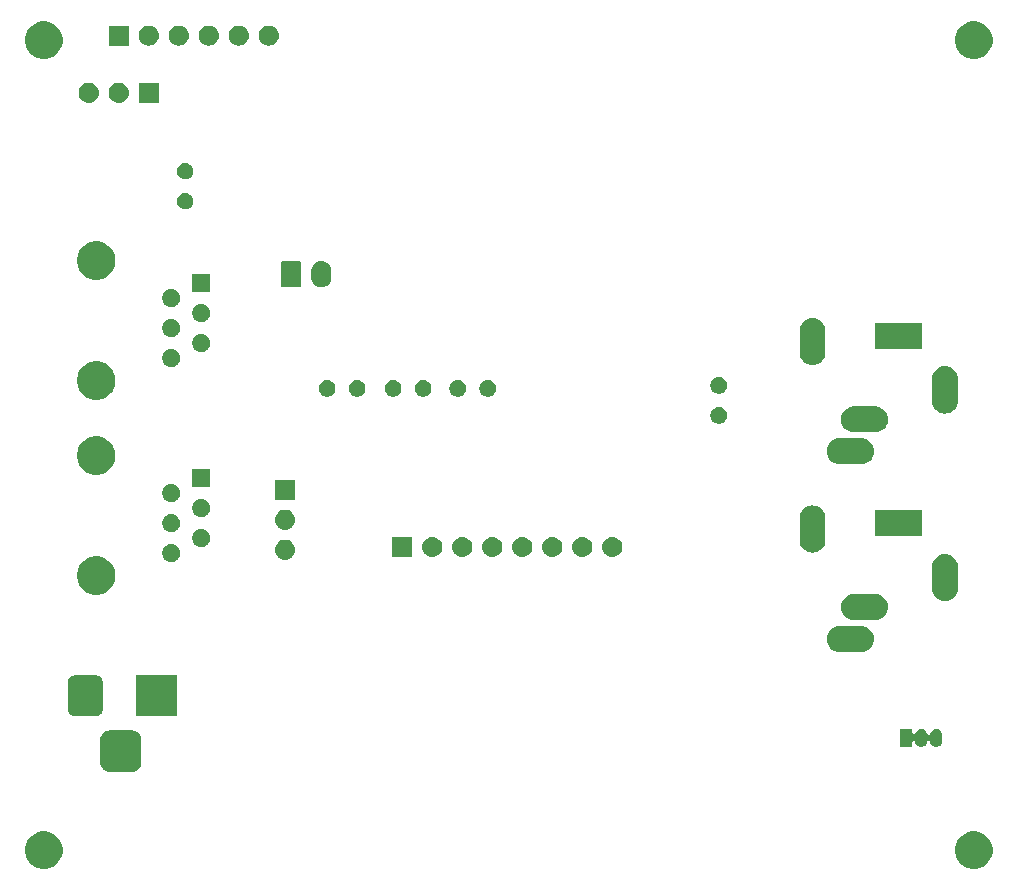
<source format=gbr>
G04 #@! TF.GenerationSoftware,KiCad,Pcbnew,5.0.2-1.fc29*
G04 #@! TF.CreationDate,2019-01-19T22:33:50+01:00*
G04 #@! TF.ProjectId,esp32,65737038-3236-4362-9e6b-696361645f70,rev?*
G04 #@! TF.SameCoordinates,Original*
G04 #@! TF.FileFunction,Soldermask,Bot*
G04 #@! TF.FilePolarity,Negative*
%FSLAX46Y46*%
G04 Gerber Fmt 4.6, Leading zero omitted, Abs format (unit mm)*
G04 Created by KiCad (PCBNEW 5.0.2-1.fc29) date Sat 19 Jan 2019 10:33:50 PM CET*
%MOMM*%
%LPD*%
G01*
G04 APERTURE LIST*
%ADD10C,0.100000*%
G04 APERTURE END LIST*
D10*
G36*
X160381703Y-132286486D02*
X160672883Y-132407097D01*
X160934944Y-132582201D01*
X161157799Y-132805056D01*
X161332903Y-133067117D01*
X161453514Y-133358297D01*
X161515000Y-133667412D01*
X161515000Y-133982588D01*
X161453514Y-134291703D01*
X161332903Y-134582883D01*
X161157799Y-134844944D01*
X160934944Y-135067799D01*
X160672883Y-135242903D01*
X160381703Y-135363514D01*
X160072588Y-135425000D01*
X159757412Y-135425000D01*
X159448297Y-135363514D01*
X159157117Y-135242903D01*
X158895056Y-135067799D01*
X158672201Y-134844944D01*
X158497097Y-134582883D01*
X158376486Y-134291703D01*
X158315000Y-133982588D01*
X158315000Y-133667412D01*
X158376486Y-133358297D01*
X158497097Y-133067117D01*
X158672201Y-132805056D01*
X158895056Y-132582201D01*
X159157117Y-132407097D01*
X159448297Y-132286486D01*
X159757412Y-132225000D01*
X160072588Y-132225000D01*
X160381703Y-132286486D01*
X160381703Y-132286486D01*
G37*
G36*
X81641703Y-132286486D02*
X81932883Y-132407097D01*
X82194944Y-132582201D01*
X82417799Y-132805056D01*
X82592903Y-133067117D01*
X82713514Y-133358297D01*
X82775000Y-133667412D01*
X82775000Y-133982588D01*
X82713514Y-134291703D01*
X82592903Y-134582883D01*
X82417799Y-134844944D01*
X82194944Y-135067799D01*
X81932883Y-135242903D01*
X81641703Y-135363514D01*
X81332588Y-135425000D01*
X81017412Y-135425000D01*
X80708297Y-135363514D01*
X80417117Y-135242903D01*
X80155056Y-135067799D01*
X79932201Y-134844944D01*
X79757097Y-134582883D01*
X79636486Y-134291703D01*
X79575000Y-133982588D01*
X79575000Y-133667412D01*
X79636486Y-133358297D01*
X79757097Y-133067117D01*
X79932201Y-132805056D01*
X80155056Y-132582201D01*
X80417117Y-132407097D01*
X80708297Y-132286486D01*
X81017412Y-132225000D01*
X81332588Y-132225000D01*
X81641703Y-132286486D01*
X81641703Y-132286486D01*
G37*
G36*
X88795891Y-123691205D02*
X88948200Y-123737407D01*
X89088567Y-123812435D01*
X89211597Y-123913403D01*
X89312565Y-124036433D01*
X89387593Y-124176800D01*
X89433795Y-124329109D01*
X89450000Y-124493640D01*
X89450000Y-126356360D01*
X89433795Y-126520891D01*
X89387593Y-126673200D01*
X89312565Y-126813567D01*
X89211597Y-126936597D01*
X89088567Y-127037565D01*
X88948200Y-127112593D01*
X88795891Y-127158795D01*
X88631360Y-127175000D01*
X86768640Y-127175000D01*
X86604109Y-127158795D01*
X86451800Y-127112593D01*
X86311433Y-127037565D01*
X86188403Y-126936597D01*
X86087435Y-126813567D01*
X86012407Y-126673200D01*
X85966205Y-126520891D01*
X85950000Y-126356360D01*
X85950000Y-124493640D01*
X85966205Y-124329109D01*
X86012407Y-124176800D01*
X86087435Y-124036433D01*
X86188403Y-123913403D01*
X86311433Y-123812435D01*
X86451800Y-123737407D01*
X86604109Y-123691205D01*
X86768640Y-123675000D01*
X88631360Y-123675000D01*
X88795891Y-123691205D01*
X88795891Y-123691205D01*
G37*
G36*
X156842913Y-123557596D02*
X156842916Y-123557597D01*
X156842917Y-123557597D01*
X156941880Y-123587617D01*
X157033086Y-123636367D01*
X157113027Y-123701973D01*
X157113028Y-123701975D01*
X157113030Y-123701976D01*
X157142107Y-123737407D01*
X157178633Y-123781914D01*
X157227383Y-123873119D01*
X157255382Y-123965420D01*
X157257404Y-123972086D01*
X157265000Y-124049208D01*
X157265000Y-124550791D01*
X157257404Y-124627914D01*
X157257403Y-124627917D01*
X157257403Y-124627918D01*
X157227383Y-124726881D01*
X157178633Y-124818086D01*
X157113027Y-124898027D01*
X157033086Y-124963633D01*
X156941881Y-125012383D01*
X156842918Y-125042403D01*
X156842917Y-125042403D01*
X156842914Y-125042404D01*
X156740000Y-125052540D01*
X156637087Y-125042404D01*
X156637084Y-125042403D01*
X156637083Y-125042403D01*
X156538120Y-125012383D01*
X156446915Y-124963633D01*
X156366974Y-124898027D01*
X156334171Y-124858056D01*
X156301366Y-124818084D01*
X156252618Y-124726883D01*
X156224618Y-124634580D01*
X156215240Y-124611941D01*
X156201626Y-124591567D01*
X156184299Y-124574240D01*
X156163925Y-124560626D01*
X156141286Y-124551248D01*
X156117252Y-124546468D01*
X156092748Y-124546468D01*
X156068714Y-124551248D01*
X156046075Y-124560626D01*
X156025701Y-124574240D01*
X156008374Y-124591567D01*
X155994760Y-124611941D01*
X155985382Y-124634579D01*
X155957383Y-124726881D01*
X155908633Y-124818086D01*
X155843027Y-124898027D01*
X155763086Y-124963633D01*
X155671881Y-125012383D01*
X155572918Y-125042403D01*
X155572917Y-125042403D01*
X155572914Y-125042404D01*
X155470000Y-125052540D01*
X155367087Y-125042404D01*
X155367084Y-125042403D01*
X155367083Y-125042403D01*
X155268120Y-125012383D01*
X155176915Y-124963633D01*
X155096974Y-124898027D01*
X155064171Y-124858056D01*
X155031366Y-124818084D01*
X154982617Y-124726882D01*
X154969618Y-124684029D01*
X154960240Y-124661389D01*
X154946626Y-124641015D01*
X154929299Y-124623688D01*
X154908925Y-124610074D01*
X154886286Y-124600696D01*
X154862252Y-124595916D01*
X154837748Y-124595916D01*
X154813715Y-124600696D01*
X154791075Y-124610074D01*
X154770701Y-124623688D01*
X154753374Y-124641015D01*
X154739760Y-124661389D01*
X154730382Y-124684028D01*
X154725602Y-124708062D01*
X154725000Y-124720314D01*
X154725000Y-125050000D01*
X153675000Y-125050000D01*
X153675000Y-123550000D01*
X154725000Y-123550000D01*
X154725000Y-123879687D01*
X154727402Y-123904073D01*
X154734515Y-123927522D01*
X154746066Y-123949133D01*
X154761612Y-123968075D01*
X154780554Y-123983621D01*
X154802165Y-123995172D01*
X154825614Y-124002285D01*
X154850000Y-124004687D01*
X154874386Y-124002285D01*
X154897835Y-123995172D01*
X154919446Y-123983621D01*
X154938388Y-123968075D01*
X154953934Y-123949133D01*
X154965485Y-123927522D01*
X154969618Y-123915972D01*
X154982617Y-123873119D01*
X155009693Y-123822464D01*
X155031367Y-123781914D01*
X155096973Y-123701973D01*
X155096975Y-123701972D01*
X155096976Y-123701970D01*
X155176913Y-123636368D01*
X155176912Y-123636368D01*
X155176914Y-123636367D01*
X155268119Y-123587617D01*
X155367082Y-123557597D01*
X155367083Y-123557597D01*
X155367086Y-123557596D01*
X155470000Y-123547460D01*
X155572913Y-123557596D01*
X155572916Y-123557597D01*
X155572917Y-123557597D01*
X155671880Y-123587617D01*
X155763086Y-123636367D01*
X155843027Y-123701973D01*
X155843028Y-123701975D01*
X155843030Y-123701976D01*
X155872107Y-123737407D01*
X155908633Y-123781914D01*
X155957383Y-123873119D01*
X155985382Y-123965420D01*
X155994760Y-123988059D01*
X156008374Y-124008433D01*
X156025701Y-124025760D01*
X156046075Y-124039374D01*
X156068714Y-124048752D01*
X156092748Y-124053532D01*
X156117252Y-124053532D01*
X156141286Y-124048752D01*
X156163925Y-124039374D01*
X156184299Y-124025760D01*
X156201626Y-124008433D01*
X156215240Y-123988059D01*
X156224617Y-123965420D01*
X156252616Y-123873122D01*
X156279693Y-123822464D01*
X156301367Y-123781914D01*
X156366973Y-123701973D01*
X156366975Y-123701972D01*
X156366976Y-123701970D01*
X156446913Y-123636368D01*
X156446912Y-123636368D01*
X156446914Y-123636367D01*
X156538119Y-123587617D01*
X156637082Y-123557597D01*
X156637083Y-123557597D01*
X156637086Y-123557596D01*
X156740000Y-123547460D01*
X156842913Y-123557596D01*
X156842913Y-123557596D01*
G37*
G36*
X92450000Y-122475000D02*
X88950000Y-122475000D01*
X88950000Y-118975000D01*
X92450000Y-118975000D01*
X92450000Y-122475000D01*
X92450000Y-122475000D01*
G37*
G36*
X85646508Y-118988803D02*
X85775363Y-119027891D01*
X85894119Y-119091367D01*
X85998208Y-119176792D01*
X86083633Y-119280881D01*
X86147109Y-119399637D01*
X86186197Y-119528492D01*
X86200000Y-119668640D01*
X86200000Y-121781360D01*
X86186197Y-121921508D01*
X86147109Y-122050363D01*
X86083633Y-122169119D01*
X85998208Y-122273208D01*
X85894119Y-122358633D01*
X85775363Y-122422109D01*
X85646508Y-122461197D01*
X85506360Y-122475000D01*
X83893640Y-122475000D01*
X83753492Y-122461197D01*
X83624637Y-122422109D01*
X83505881Y-122358633D01*
X83401792Y-122273208D01*
X83316367Y-122169119D01*
X83252891Y-122050363D01*
X83213803Y-121921508D01*
X83200000Y-121781360D01*
X83200000Y-119668640D01*
X83213803Y-119528492D01*
X83252891Y-119399637D01*
X83316367Y-119280881D01*
X83401792Y-119176792D01*
X83505881Y-119091367D01*
X83624637Y-119027891D01*
X83753492Y-118988803D01*
X83893640Y-118975000D01*
X85506360Y-118975000D01*
X85646508Y-118988803D01*
X85646508Y-118988803D01*
G37*
G36*
X150580639Y-114835916D02*
X150787986Y-114898815D01*
X150787988Y-114898816D01*
X150979084Y-115000958D01*
X151146581Y-115138419D01*
X151284042Y-115305916D01*
X151386184Y-115497012D01*
X151449084Y-115704362D01*
X151470322Y-115920000D01*
X151449084Y-116135638D01*
X151386184Y-116342988D01*
X151284042Y-116534084D01*
X151146581Y-116701581D01*
X150979084Y-116839042D01*
X150787988Y-116941184D01*
X150787986Y-116941185D01*
X150580639Y-117004084D01*
X150419038Y-117020000D01*
X148510962Y-117020000D01*
X148349361Y-117004084D01*
X148142014Y-116941185D01*
X148142012Y-116941184D01*
X147950916Y-116839042D01*
X147783419Y-116701581D01*
X147645958Y-116534084D01*
X147543816Y-116342988D01*
X147480916Y-116135638D01*
X147459678Y-115920000D01*
X147480916Y-115704362D01*
X147543816Y-115497012D01*
X147645958Y-115305916D01*
X147783419Y-115138419D01*
X147950916Y-115000958D01*
X148142012Y-114898816D01*
X148142014Y-114898815D01*
X148349361Y-114835916D01*
X148510962Y-114820000D01*
X150419038Y-114820000D01*
X150580639Y-114835916D01*
X150580639Y-114835916D01*
G37*
G36*
X151780639Y-112135916D02*
X151987986Y-112198815D01*
X151987988Y-112198816D01*
X152179084Y-112300958D01*
X152346581Y-112438419D01*
X152484042Y-112605916D01*
X152586184Y-112797012D01*
X152649084Y-113004362D01*
X152670322Y-113220000D01*
X152649084Y-113435638D01*
X152586184Y-113642988D01*
X152484042Y-113834084D01*
X152346581Y-114001581D01*
X152179084Y-114139042D01*
X151987988Y-114241184D01*
X151987986Y-114241185D01*
X151780639Y-114304084D01*
X151619038Y-114320000D01*
X149710962Y-114320000D01*
X149549361Y-114304084D01*
X149342014Y-114241185D01*
X149342012Y-114241184D01*
X149150916Y-114139042D01*
X148983419Y-114001581D01*
X148845958Y-113834084D01*
X148743816Y-113642988D01*
X148680916Y-113435638D01*
X148659678Y-113220000D01*
X148680916Y-113004362D01*
X148743816Y-112797012D01*
X148845958Y-112605916D01*
X148983419Y-112438419D01*
X149150916Y-112300958D01*
X149342012Y-112198816D01*
X149342014Y-112198815D01*
X149549361Y-112135916D01*
X149710962Y-112120000D01*
X151619038Y-112120000D01*
X151780639Y-112135916D01*
X151780639Y-112135916D01*
G37*
G36*
X157680639Y-108735916D02*
X157887986Y-108798815D01*
X157887988Y-108798816D01*
X158079084Y-108900958D01*
X158246581Y-109038419D01*
X158384042Y-109205916D01*
X158452238Y-109333503D01*
X158486185Y-109397014D01*
X158549084Y-109604361D01*
X158565000Y-109765962D01*
X158565000Y-111674038D01*
X158549084Y-111835639D01*
X158499208Y-112000057D01*
X158486184Y-112042988D01*
X158384042Y-112234084D01*
X158246581Y-112401581D01*
X158079084Y-112539042D01*
X157887987Y-112641184D01*
X157887985Y-112641185D01*
X157680638Y-112704084D01*
X157465000Y-112725322D01*
X157249361Y-112704084D01*
X157042014Y-112641185D01*
X157042012Y-112641184D01*
X156850916Y-112539042D01*
X156683419Y-112401581D01*
X156545958Y-112234084D01*
X156443816Y-112042987D01*
X156430793Y-112000056D01*
X156380916Y-111835638D01*
X156365000Y-111674037D01*
X156365000Y-109765963D01*
X156380917Y-109604361D01*
X156443816Y-109397014D01*
X156477763Y-109333503D01*
X156545959Y-109205916D01*
X156683420Y-109038419D01*
X156850917Y-108900958D01*
X157042013Y-108798816D01*
X157042015Y-108798815D01*
X157249362Y-108735916D01*
X157465000Y-108714678D01*
X157680639Y-108735916D01*
X157680639Y-108735916D01*
G37*
G36*
X86093992Y-108997447D02*
X86093994Y-108997448D01*
X86093995Y-108997448D01*
X86389726Y-109119943D01*
X86554437Y-109230000D01*
X86655880Y-109297782D01*
X86882218Y-109524120D01*
X86882220Y-109524123D01*
X87060057Y-109790274D01*
X87182552Y-110086005D01*
X87245000Y-110399951D01*
X87245000Y-110720049D01*
X87182552Y-111033995D01*
X87060057Y-111329726D01*
X87060056Y-111329727D01*
X86882218Y-111595880D01*
X86655880Y-111822218D01*
X86655877Y-111822220D01*
X86389726Y-112000057D01*
X86093995Y-112122552D01*
X86093994Y-112122552D01*
X86093992Y-112122553D01*
X85780050Y-112185000D01*
X85459950Y-112185000D01*
X85146008Y-112122553D01*
X85146006Y-112122552D01*
X85146005Y-112122552D01*
X84850274Y-112000057D01*
X84584123Y-111822220D01*
X84584120Y-111822218D01*
X84357782Y-111595880D01*
X84179944Y-111329727D01*
X84179943Y-111329726D01*
X84057448Y-111033995D01*
X83995000Y-110720049D01*
X83995000Y-110399951D01*
X84057448Y-110086005D01*
X84179943Y-109790274D01*
X84357780Y-109524123D01*
X84357782Y-109524120D01*
X84584120Y-109297782D01*
X84685563Y-109230000D01*
X84850274Y-109119943D01*
X85146005Y-108997448D01*
X85146006Y-108997448D01*
X85146008Y-108997447D01*
X85459950Y-108935000D01*
X85780050Y-108935000D01*
X86093992Y-108997447D01*
X86093992Y-108997447D01*
G37*
G36*
X92191683Y-107929206D02*
X92329992Y-107986495D01*
X92329995Y-107986497D01*
X92429741Y-108053145D01*
X92454476Y-108069673D01*
X92560327Y-108175524D01*
X92643505Y-108300008D01*
X92700794Y-108438317D01*
X92730000Y-108585145D01*
X92730000Y-108734855D01*
X92700794Y-108881683D01*
X92643505Y-109019992D01*
X92560327Y-109144476D01*
X92454476Y-109250327D01*
X92329992Y-109333505D01*
X92191683Y-109390794D01*
X92044855Y-109420000D01*
X91895145Y-109420000D01*
X91748317Y-109390794D01*
X91610008Y-109333505D01*
X91485524Y-109250327D01*
X91379673Y-109144476D01*
X91296495Y-109019992D01*
X91239206Y-108881683D01*
X91210000Y-108734855D01*
X91210000Y-108585145D01*
X91239206Y-108438317D01*
X91296495Y-108300008D01*
X91379673Y-108175524D01*
X91485524Y-108069673D01*
X91510260Y-108053145D01*
X91610005Y-107986497D01*
X91610008Y-107986495D01*
X91748317Y-107929206D01*
X91895145Y-107900000D01*
X92044855Y-107900000D01*
X92191683Y-107929206D01*
X92191683Y-107929206D01*
G37*
G36*
X101766630Y-107542299D02*
X101926855Y-107590903D01*
X102074520Y-107669831D01*
X102203949Y-107776051D01*
X102310169Y-107905480D01*
X102389097Y-108053145D01*
X102437701Y-108213370D01*
X102454112Y-108380000D01*
X102437701Y-108546630D01*
X102389097Y-108706855D01*
X102310169Y-108854520D01*
X102203949Y-108983949D01*
X102074520Y-109090169D01*
X101926855Y-109169097D01*
X101766630Y-109217701D01*
X101641752Y-109230000D01*
X101558248Y-109230000D01*
X101433370Y-109217701D01*
X101273145Y-109169097D01*
X101125480Y-109090169D01*
X100996051Y-108983949D01*
X100889831Y-108854520D01*
X100810903Y-108706855D01*
X100762299Y-108546630D01*
X100745888Y-108380000D01*
X100762299Y-108213370D01*
X100810903Y-108053145D01*
X100889831Y-107905480D01*
X100996051Y-107776051D01*
X101125480Y-107669831D01*
X101273145Y-107590903D01*
X101433370Y-107542299D01*
X101558248Y-107530000D01*
X101641752Y-107530000D01*
X101766630Y-107542299D01*
X101766630Y-107542299D01*
G37*
G36*
X119314630Y-107314299D02*
X119474855Y-107362903D01*
X119622520Y-107441831D01*
X119751949Y-107548051D01*
X119858169Y-107677480D01*
X119937097Y-107825145D01*
X119985701Y-107985370D01*
X120002112Y-108152000D01*
X119985701Y-108318630D01*
X119937097Y-108478855D01*
X119858169Y-108626520D01*
X119751949Y-108755949D01*
X119622520Y-108862169D01*
X119474855Y-108941097D01*
X119314630Y-108989701D01*
X119189752Y-109002000D01*
X119106248Y-109002000D01*
X118981370Y-108989701D01*
X118821145Y-108941097D01*
X118673480Y-108862169D01*
X118544051Y-108755949D01*
X118437831Y-108626520D01*
X118358903Y-108478855D01*
X118310299Y-108318630D01*
X118293888Y-108152000D01*
X118310299Y-107985370D01*
X118358903Y-107825145D01*
X118437831Y-107677480D01*
X118544051Y-107548051D01*
X118673480Y-107441831D01*
X118821145Y-107362903D01*
X118981370Y-107314299D01*
X119106248Y-107302000D01*
X119189752Y-107302000D01*
X119314630Y-107314299D01*
X119314630Y-107314299D01*
G37*
G36*
X121854630Y-107314299D02*
X122014855Y-107362903D01*
X122162520Y-107441831D01*
X122291949Y-107548051D01*
X122398169Y-107677480D01*
X122477097Y-107825145D01*
X122525701Y-107985370D01*
X122542112Y-108152000D01*
X122525701Y-108318630D01*
X122477097Y-108478855D01*
X122398169Y-108626520D01*
X122291949Y-108755949D01*
X122162520Y-108862169D01*
X122014855Y-108941097D01*
X121854630Y-108989701D01*
X121729752Y-109002000D01*
X121646248Y-109002000D01*
X121521370Y-108989701D01*
X121361145Y-108941097D01*
X121213480Y-108862169D01*
X121084051Y-108755949D01*
X120977831Y-108626520D01*
X120898903Y-108478855D01*
X120850299Y-108318630D01*
X120833888Y-108152000D01*
X120850299Y-107985370D01*
X120898903Y-107825145D01*
X120977831Y-107677480D01*
X121084051Y-107548051D01*
X121213480Y-107441831D01*
X121361145Y-107362903D01*
X121521370Y-107314299D01*
X121646248Y-107302000D01*
X121729752Y-107302000D01*
X121854630Y-107314299D01*
X121854630Y-107314299D01*
G37*
G36*
X126934630Y-107314299D02*
X127094855Y-107362903D01*
X127242520Y-107441831D01*
X127371949Y-107548051D01*
X127478169Y-107677480D01*
X127557097Y-107825145D01*
X127605701Y-107985370D01*
X127622112Y-108152000D01*
X127605701Y-108318630D01*
X127557097Y-108478855D01*
X127478169Y-108626520D01*
X127371949Y-108755949D01*
X127242520Y-108862169D01*
X127094855Y-108941097D01*
X126934630Y-108989701D01*
X126809752Y-109002000D01*
X126726248Y-109002000D01*
X126601370Y-108989701D01*
X126441145Y-108941097D01*
X126293480Y-108862169D01*
X126164051Y-108755949D01*
X126057831Y-108626520D01*
X125978903Y-108478855D01*
X125930299Y-108318630D01*
X125913888Y-108152000D01*
X125930299Y-107985370D01*
X125978903Y-107825145D01*
X126057831Y-107677480D01*
X126164051Y-107548051D01*
X126293480Y-107441831D01*
X126441145Y-107362903D01*
X126601370Y-107314299D01*
X126726248Y-107302000D01*
X126809752Y-107302000D01*
X126934630Y-107314299D01*
X126934630Y-107314299D01*
G37*
G36*
X114234630Y-107314299D02*
X114394855Y-107362903D01*
X114542520Y-107441831D01*
X114671949Y-107548051D01*
X114778169Y-107677480D01*
X114857097Y-107825145D01*
X114905701Y-107985370D01*
X114922112Y-108152000D01*
X114905701Y-108318630D01*
X114857097Y-108478855D01*
X114778169Y-108626520D01*
X114671949Y-108755949D01*
X114542520Y-108862169D01*
X114394855Y-108941097D01*
X114234630Y-108989701D01*
X114109752Y-109002000D01*
X114026248Y-109002000D01*
X113901370Y-108989701D01*
X113741145Y-108941097D01*
X113593480Y-108862169D01*
X113464051Y-108755949D01*
X113357831Y-108626520D01*
X113278903Y-108478855D01*
X113230299Y-108318630D01*
X113213888Y-108152000D01*
X113230299Y-107985370D01*
X113278903Y-107825145D01*
X113357831Y-107677480D01*
X113464051Y-107548051D01*
X113593480Y-107441831D01*
X113741145Y-107362903D01*
X113901370Y-107314299D01*
X114026248Y-107302000D01*
X114109752Y-107302000D01*
X114234630Y-107314299D01*
X114234630Y-107314299D01*
G37*
G36*
X116774630Y-107314299D02*
X116934855Y-107362903D01*
X117082520Y-107441831D01*
X117211949Y-107548051D01*
X117318169Y-107677480D01*
X117397097Y-107825145D01*
X117445701Y-107985370D01*
X117462112Y-108152000D01*
X117445701Y-108318630D01*
X117397097Y-108478855D01*
X117318169Y-108626520D01*
X117211949Y-108755949D01*
X117082520Y-108862169D01*
X116934855Y-108941097D01*
X116774630Y-108989701D01*
X116649752Y-109002000D01*
X116566248Y-109002000D01*
X116441370Y-108989701D01*
X116281145Y-108941097D01*
X116133480Y-108862169D01*
X116004051Y-108755949D01*
X115897831Y-108626520D01*
X115818903Y-108478855D01*
X115770299Y-108318630D01*
X115753888Y-108152000D01*
X115770299Y-107985370D01*
X115818903Y-107825145D01*
X115897831Y-107677480D01*
X116004051Y-107548051D01*
X116133480Y-107441831D01*
X116281145Y-107362903D01*
X116441370Y-107314299D01*
X116566248Y-107302000D01*
X116649752Y-107302000D01*
X116774630Y-107314299D01*
X116774630Y-107314299D01*
G37*
G36*
X112378000Y-109002000D02*
X110678000Y-109002000D01*
X110678000Y-107302000D01*
X112378000Y-107302000D01*
X112378000Y-109002000D01*
X112378000Y-109002000D01*
G37*
G36*
X129474630Y-107314299D02*
X129634855Y-107362903D01*
X129782520Y-107441831D01*
X129911949Y-107548051D01*
X130018169Y-107677480D01*
X130097097Y-107825145D01*
X130145701Y-107985370D01*
X130162112Y-108152000D01*
X130145701Y-108318630D01*
X130097097Y-108478855D01*
X130018169Y-108626520D01*
X129911949Y-108755949D01*
X129782520Y-108862169D01*
X129634855Y-108941097D01*
X129474630Y-108989701D01*
X129349752Y-109002000D01*
X129266248Y-109002000D01*
X129141370Y-108989701D01*
X128981145Y-108941097D01*
X128833480Y-108862169D01*
X128704051Y-108755949D01*
X128597831Y-108626520D01*
X128518903Y-108478855D01*
X128470299Y-108318630D01*
X128453888Y-108152000D01*
X128470299Y-107985370D01*
X128518903Y-107825145D01*
X128597831Y-107677480D01*
X128704051Y-107548051D01*
X128833480Y-107441831D01*
X128981145Y-107362903D01*
X129141370Y-107314299D01*
X129266248Y-107302000D01*
X129349752Y-107302000D01*
X129474630Y-107314299D01*
X129474630Y-107314299D01*
G37*
G36*
X124394630Y-107314299D02*
X124554855Y-107362903D01*
X124702520Y-107441831D01*
X124831949Y-107548051D01*
X124938169Y-107677480D01*
X125017097Y-107825145D01*
X125065701Y-107985370D01*
X125082112Y-108152000D01*
X125065701Y-108318630D01*
X125017097Y-108478855D01*
X124938169Y-108626520D01*
X124831949Y-108755949D01*
X124702520Y-108862169D01*
X124554855Y-108941097D01*
X124394630Y-108989701D01*
X124269752Y-109002000D01*
X124186248Y-109002000D01*
X124061370Y-108989701D01*
X123901145Y-108941097D01*
X123753480Y-108862169D01*
X123624051Y-108755949D01*
X123517831Y-108626520D01*
X123438903Y-108478855D01*
X123390299Y-108318630D01*
X123373888Y-108152000D01*
X123390299Y-107985370D01*
X123438903Y-107825145D01*
X123517831Y-107677480D01*
X123624051Y-107548051D01*
X123753480Y-107441831D01*
X123901145Y-107362903D01*
X124061370Y-107314299D01*
X124186248Y-107302000D01*
X124269752Y-107302000D01*
X124394630Y-107314299D01*
X124394630Y-107314299D01*
G37*
G36*
X146480639Y-104635916D02*
X146687986Y-104698815D01*
X146687988Y-104698816D01*
X146879084Y-104800958D01*
X147046581Y-104938419D01*
X147184042Y-105105916D01*
X147286184Y-105297012D01*
X147286185Y-105297014D01*
X147349084Y-105504361D01*
X147365000Y-105665962D01*
X147365000Y-107574038D01*
X147349084Y-107735639D01*
X147290365Y-107929207D01*
X147286184Y-107942988D01*
X147184042Y-108134084D01*
X147046581Y-108301581D01*
X146879084Y-108439042D01*
X146687987Y-108541184D01*
X146687985Y-108541185D01*
X146480638Y-108604084D01*
X146265000Y-108625322D01*
X146049361Y-108604084D01*
X145842014Y-108541185D01*
X145842012Y-108541184D01*
X145650916Y-108439042D01*
X145483419Y-108301581D01*
X145345958Y-108134084D01*
X145243816Y-107942987D01*
X145239636Y-107929207D01*
X145180916Y-107735638D01*
X145165000Y-107574037D01*
X145165000Y-105665963D01*
X145180917Y-105504361D01*
X145243816Y-105297014D01*
X145243817Y-105297012D01*
X145345959Y-105105916D01*
X145483420Y-104938419D01*
X145650917Y-104800958D01*
X145842013Y-104698816D01*
X145842015Y-104698815D01*
X146049362Y-104635916D01*
X146265000Y-104614678D01*
X146480639Y-104635916D01*
X146480639Y-104635916D01*
G37*
G36*
X94731683Y-106659206D02*
X94869992Y-106716495D01*
X94994476Y-106799673D01*
X95100327Y-106905524D01*
X95183505Y-107030008D01*
X95240794Y-107168317D01*
X95270000Y-107315145D01*
X95270000Y-107464855D01*
X95240794Y-107611683D01*
X95183505Y-107749992D01*
X95100327Y-107874476D01*
X94994476Y-107980327D01*
X94994473Y-107980329D01*
X94994472Y-107980330D01*
X94985245Y-107986495D01*
X94869992Y-108063505D01*
X94731683Y-108120794D01*
X94584855Y-108150000D01*
X94435145Y-108150000D01*
X94288317Y-108120794D01*
X94150008Y-108063505D01*
X94034755Y-107986495D01*
X94025528Y-107980330D01*
X94025527Y-107980329D01*
X94025524Y-107980327D01*
X93919673Y-107874476D01*
X93836495Y-107749992D01*
X93779206Y-107611683D01*
X93750000Y-107464855D01*
X93750000Y-107315145D01*
X93779206Y-107168317D01*
X93836495Y-107030008D01*
X93919673Y-106905524D01*
X94025524Y-106799673D01*
X94150008Y-106716495D01*
X94288317Y-106659206D01*
X94435145Y-106630000D01*
X94584855Y-106630000D01*
X94731683Y-106659206D01*
X94731683Y-106659206D01*
G37*
G36*
X155565000Y-107220000D02*
X151565000Y-107220000D01*
X151565000Y-105020000D01*
X155565000Y-105020000D01*
X155565000Y-107220000D01*
X155565000Y-107220000D01*
G37*
G36*
X92191683Y-105389206D02*
X92329992Y-105446495D01*
X92329995Y-105446497D01*
X92429741Y-105513145D01*
X92454476Y-105529673D01*
X92560327Y-105635524D01*
X92560329Y-105635527D01*
X92560330Y-105635528D01*
X92585615Y-105673370D01*
X92643505Y-105760008D01*
X92700794Y-105898317D01*
X92730000Y-106045145D01*
X92730000Y-106194855D01*
X92700794Y-106341683D01*
X92643505Y-106479992D01*
X92560327Y-106604476D01*
X92454476Y-106710327D01*
X92329992Y-106793505D01*
X92191683Y-106850794D01*
X92044855Y-106880000D01*
X91895145Y-106880000D01*
X91748317Y-106850794D01*
X91610008Y-106793505D01*
X91485524Y-106710327D01*
X91379673Y-106604476D01*
X91296495Y-106479992D01*
X91239206Y-106341683D01*
X91210000Y-106194855D01*
X91210000Y-106045145D01*
X91239206Y-105898317D01*
X91296495Y-105760008D01*
X91354385Y-105673370D01*
X91379670Y-105635528D01*
X91379671Y-105635527D01*
X91379673Y-105635524D01*
X91485524Y-105529673D01*
X91510260Y-105513145D01*
X91610005Y-105446497D01*
X91610008Y-105446495D01*
X91748317Y-105389206D01*
X91895145Y-105360000D01*
X92044855Y-105360000D01*
X92191683Y-105389206D01*
X92191683Y-105389206D01*
G37*
G36*
X101766630Y-105002299D02*
X101926855Y-105050903D01*
X102074520Y-105129831D01*
X102203949Y-105236051D01*
X102310169Y-105365480D01*
X102389097Y-105513145D01*
X102437701Y-105673370D01*
X102454112Y-105840000D01*
X102437701Y-106006630D01*
X102389097Y-106166855D01*
X102310169Y-106314520D01*
X102203949Y-106443949D01*
X102074520Y-106550169D01*
X101926855Y-106629097D01*
X101766630Y-106677701D01*
X101641752Y-106690000D01*
X101558248Y-106690000D01*
X101433370Y-106677701D01*
X101273145Y-106629097D01*
X101125480Y-106550169D01*
X100996051Y-106443949D01*
X100889831Y-106314520D01*
X100810903Y-106166855D01*
X100762299Y-106006630D01*
X100745888Y-105840000D01*
X100762299Y-105673370D01*
X100810903Y-105513145D01*
X100889831Y-105365480D01*
X100996051Y-105236051D01*
X101125480Y-105129831D01*
X101273145Y-105050903D01*
X101433370Y-105002299D01*
X101558248Y-104990000D01*
X101641752Y-104990000D01*
X101766630Y-105002299D01*
X101766630Y-105002299D01*
G37*
G36*
X94731683Y-104119206D02*
X94869992Y-104176495D01*
X94994476Y-104259673D01*
X95100327Y-104365524D01*
X95183505Y-104490008D01*
X95240794Y-104628317D01*
X95270000Y-104775145D01*
X95270000Y-104924855D01*
X95240794Y-105071683D01*
X95183505Y-105209992D01*
X95183503Y-105209995D01*
X95125359Y-105297014D01*
X95100327Y-105334476D01*
X94994476Y-105440327D01*
X94869992Y-105523505D01*
X94731683Y-105580794D01*
X94584855Y-105610000D01*
X94435145Y-105610000D01*
X94288317Y-105580794D01*
X94150008Y-105523505D01*
X94025524Y-105440327D01*
X93919673Y-105334476D01*
X93894642Y-105297014D01*
X93836497Y-105209995D01*
X93836495Y-105209992D01*
X93779206Y-105071683D01*
X93750000Y-104924855D01*
X93750000Y-104775145D01*
X93779206Y-104628317D01*
X93836495Y-104490008D01*
X93919673Y-104365524D01*
X94025524Y-104259673D01*
X94150008Y-104176495D01*
X94288317Y-104119206D01*
X94435145Y-104090000D01*
X94584855Y-104090000D01*
X94731683Y-104119206D01*
X94731683Y-104119206D01*
G37*
G36*
X92191683Y-102849206D02*
X92329992Y-102906495D01*
X92454476Y-102989673D01*
X92560327Y-103095524D01*
X92643505Y-103220008D01*
X92700794Y-103358317D01*
X92730000Y-103505145D01*
X92730000Y-103654855D01*
X92700794Y-103801683D01*
X92643505Y-103939992D01*
X92560327Y-104064476D01*
X92454476Y-104170327D01*
X92329992Y-104253505D01*
X92191683Y-104310794D01*
X92044855Y-104340000D01*
X91895145Y-104340000D01*
X91748317Y-104310794D01*
X91610008Y-104253505D01*
X91485524Y-104170327D01*
X91379673Y-104064476D01*
X91296495Y-103939992D01*
X91239206Y-103801683D01*
X91210000Y-103654855D01*
X91210000Y-103505145D01*
X91239206Y-103358317D01*
X91296495Y-103220008D01*
X91379673Y-103095524D01*
X91485524Y-102989673D01*
X91610008Y-102906495D01*
X91748317Y-102849206D01*
X91895145Y-102820000D01*
X92044855Y-102820000D01*
X92191683Y-102849206D01*
X92191683Y-102849206D01*
G37*
G36*
X102450000Y-104150000D02*
X100750000Y-104150000D01*
X100750000Y-102450000D01*
X102450000Y-102450000D01*
X102450000Y-104150000D01*
X102450000Y-104150000D01*
G37*
G36*
X95270000Y-103070000D02*
X93750000Y-103070000D01*
X93750000Y-101550000D01*
X95270000Y-101550000D01*
X95270000Y-103070000D01*
X95270000Y-103070000D01*
G37*
G36*
X86093992Y-98837447D02*
X86093994Y-98837448D01*
X86093995Y-98837448D01*
X86389726Y-98959943D01*
X86389727Y-98959944D01*
X86655880Y-99137782D01*
X86882218Y-99364120D01*
X86882220Y-99364123D01*
X87060057Y-99630274D01*
X87142521Y-99829361D01*
X87182553Y-99926008D01*
X87245000Y-100239950D01*
X87245000Y-100560050D01*
X87191984Y-100826581D01*
X87182552Y-100873995D01*
X87060057Y-101169726D01*
X87060056Y-101169727D01*
X86882218Y-101435880D01*
X86655880Y-101662218D01*
X86655877Y-101662220D01*
X86389726Y-101840057D01*
X86093995Y-101962552D01*
X86093994Y-101962552D01*
X86093992Y-101962553D01*
X85780050Y-102025000D01*
X85459950Y-102025000D01*
X85146008Y-101962553D01*
X85146006Y-101962552D01*
X85146005Y-101962552D01*
X84850274Y-101840057D01*
X84584123Y-101662220D01*
X84584120Y-101662218D01*
X84357782Y-101435880D01*
X84179944Y-101169727D01*
X84179943Y-101169726D01*
X84057448Y-100873995D01*
X84048017Y-100826581D01*
X83995000Y-100560050D01*
X83995000Y-100239950D01*
X84057447Y-99926008D01*
X84097479Y-99829361D01*
X84179943Y-99630274D01*
X84357780Y-99364123D01*
X84357782Y-99364120D01*
X84584120Y-99137782D01*
X84850273Y-98959944D01*
X84850274Y-98959943D01*
X85146005Y-98837448D01*
X85146006Y-98837448D01*
X85146008Y-98837447D01*
X85459950Y-98775000D01*
X85780050Y-98775000D01*
X86093992Y-98837447D01*
X86093992Y-98837447D01*
G37*
G36*
X150580639Y-98960916D02*
X150787986Y-99023815D01*
X150787988Y-99023816D01*
X150979084Y-99125958D01*
X151146581Y-99263419D01*
X151284042Y-99430916D01*
X151386184Y-99622012D01*
X151386185Y-99622014D01*
X151449084Y-99829361D01*
X151470322Y-100045000D01*
X151451122Y-100239951D01*
X151449084Y-100260638D01*
X151386184Y-100467988D01*
X151284042Y-100659084D01*
X151146581Y-100826581D01*
X150979084Y-100964042D01*
X150787988Y-101066184D01*
X150787986Y-101066185D01*
X150580639Y-101129084D01*
X150419038Y-101145000D01*
X148510962Y-101145000D01*
X148349361Y-101129084D01*
X148142014Y-101066185D01*
X148142012Y-101066184D01*
X147950916Y-100964042D01*
X147783419Y-100826581D01*
X147645958Y-100659084D01*
X147543816Y-100467988D01*
X147480916Y-100260638D01*
X147478879Y-100239951D01*
X147459678Y-100045000D01*
X147480916Y-99829361D01*
X147543815Y-99622014D01*
X147543816Y-99622012D01*
X147645958Y-99430916D01*
X147783419Y-99263419D01*
X147950916Y-99125958D01*
X148142012Y-99023816D01*
X148142014Y-99023815D01*
X148349361Y-98960916D01*
X148510962Y-98945000D01*
X150419038Y-98945000D01*
X150580639Y-98960916D01*
X150580639Y-98960916D01*
G37*
G36*
X151780639Y-96260916D02*
X151987986Y-96323815D01*
X151987988Y-96323816D01*
X152179084Y-96425958D01*
X152346581Y-96563419D01*
X152484042Y-96730916D01*
X152536513Y-96829084D01*
X152586185Y-96922014D01*
X152649084Y-97129361D01*
X152670322Y-97345000D01*
X152649084Y-97560639D01*
X152616486Y-97668100D01*
X152586184Y-97767988D01*
X152484042Y-97959084D01*
X152346581Y-98126581D01*
X152179084Y-98264042D01*
X151987988Y-98366184D01*
X151987986Y-98366185D01*
X151780639Y-98429084D01*
X151619038Y-98445000D01*
X149710962Y-98445000D01*
X149549361Y-98429084D01*
X149342014Y-98366185D01*
X149342012Y-98366184D01*
X149150916Y-98264042D01*
X148983419Y-98126581D01*
X148845958Y-97959084D01*
X148743816Y-97767988D01*
X148713515Y-97668100D01*
X148680916Y-97560639D01*
X148659678Y-97345000D01*
X148680916Y-97129361D01*
X148743815Y-96922014D01*
X148793487Y-96829084D01*
X148845958Y-96730916D01*
X148983419Y-96563419D01*
X149150916Y-96425958D01*
X149342012Y-96323816D01*
X149342014Y-96323815D01*
X149549361Y-96260916D01*
X149710962Y-96245000D01*
X151619038Y-96245000D01*
X151780639Y-96260916D01*
X151780639Y-96260916D01*
G37*
G36*
X138529183Y-96321900D02*
X138656574Y-96374668D01*
X138733336Y-96425958D01*
X138771225Y-96451275D01*
X138868725Y-96548775D01*
X138945332Y-96663426D01*
X138998100Y-96790817D01*
X139025000Y-96926055D01*
X139025000Y-97063945D01*
X138998100Y-97199183D01*
X138945332Y-97326574D01*
X138868726Y-97441224D01*
X138771224Y-97538726D01*
X138656574Y-97615332D01*
X138529183Y-97668100D01*
X138393945Y-97695000D01*
X138256055Y-97695000D01*
X138120817Y-97668100D01*
X137993426Y-97615332D01*
X137878776Y-97538726D01*
X137781274Y-97441224D01*
X137704668Y-97326574D01*
X137651900Y-97199183D01*
X137625000Y-97063945D01*
X137625000Y-96926055D01*
X137651900Y-96790817D01*
X137704668Y-96663426D01*
X137781275Y-96548775D01*
X137878775Y-96451275D01*
X137916665Y-96425958D01*
X137993426Y-96374668D01*
X138120817Y-96321900D01*
X138256055Y-96295000D01*
X138393945Y-96295000D01*
X138529183Y-96321900D01*
X138529183Y-96321900D01*
G37*
G36*
X157680639Y-92860916D02*
X157887986Y-92923815D01*
X157887988Y-92923816D01*
X158079084Y-93025958D01*
X158246581Y-93163419D01*
X158384042Y-93330916D01*
X158486184Y-93522012D01*
X158486185Y-93522014D01*
X158549084Y-93729361D01*
X158559456Y-93834668D01*
X158565000Y-93890964D01*
X158565000Y-95799036D01*
X158549084Y-95960638D01*
X158486184Y-96167988D01*
X158384042Y-96359084D01*
X158246581Y-96526581D01*
X158079084Y-96664042D01*
X157887987Y-96766184D01*
X157887985Y-96766185D01*
X157680638Y-96829084D01*
X157465000Y-96850322D01*
X157249361Y-96829084D01*
X157042014Y-96766185D01*
X157042012Y-96766184D01*
X156850916Y-96664042D01*
X156683419Y-96526581D01*
X156545958Y-96359084D01*
X156443816Y-96167987D01*
X156380917Y-95960639D01*
X156380916Y-95960638D01*
X156365000Y-95799037D01*
X156365000Y-93890963D01*
X156380917Y-93729361D01*
X156443816Y-93522014D01*
X156443817Y-93522012D01*
X156545959Y-93330916D01*
X156683420Y-93163419D01*
X156850917Y-93025958D01*
X157042013Y-92923816D01*
X157042015Y-92923815D01*
X157249362Y-92860916D01*
X157465000Y-92839678D01*
X157680639Y-92860916D01*
X157680639Y-92860916D01*
G37*
G36*
X86093992Y-92487447D02*
X86093994Y-92487448D01*
X86093995Y-92487448D01*
X86389726Y-92609943D01*
X86584859Y-92740327D01*
X86655880Y-92787782D01*
X86882218Y-93014120D01*
X86882220Y-93014123D01*
X87060057Y-93280274D01*
X87160188Y-93522014D01*
X87182553Y-93576008D01*
X87245000Y-93889950D01*
X87245000Y-94210050D01*
X87182563Y-94523944D01*
X87182552Y-94523995D01*
X87060057Y-94819726D01*
X87005601Y-94901225D01*
X86882218Y-95085880D01*
X86655880Y-95312218D01*
X86655877Y-95312220D01*
X86389726Y-95490057D01*
X86093995Y-95612552D01*
X86093994Y-95612552D01*
X86093992Y-95612553D01*
X85780050Y-95675000D01*
X85459950Y-95675000D01*
X85146008Y-95612553D01*
X85146006Y-95612552D01*
X85146005Y-95612552D01*
X84850274Y-95490057D01*
X84584123Y-95312220D01*
X84584120Y-95312218D01*
X84357782Y-95085880D01*
X84234399Y-94901225D01*
X84179943Y-94819726D01*
X84057448Y-94523995D01*
X84057438Y-94523944D01*
X83995000Y-94210050D01*
X83995000Y-93889950D01*
X84057447Y-93576008D01*
X84079812Y-93522014D01*
X84179943Y-93280274D01*
X84357780Y-93014123D01*
X84357782Y-93014120D01*
X84584120Y-92787782D01*
X84655141Y-92740327D01*
X84850274Y-92609943D01*
X85146005Y-92487448D01*
X85146006Y-92487448D01*
X85146008Y-92487447D01*
X85459950Y-92425000D01*
X85780050Y-92425000D01*
X86093992Y-92487447D01*
X86093992Y-92487447D01*
G37*
G36*
X118971183Y-94035900D02*
X119098574Y-94088668D01*
X119213225Y-94165275D01*
X119310725Y-94262775D01*
X119387332Y-94377426D01*
X119440100Y-94504817D01*
X119467000Y-94640055D01*
X119467000Y-94777945D01*
X119440100Y-94913183D01*
X119404666Y-94998726D01*
X119387332Y-95040574D01*
X119310876Y-95155000D01*
X119310725Y-95155225D01*
X119213225Y-95252725D01*
X119098574Y-95329332D01*
X118971183Y-95382100D01*
X118835945Y-95409000D01*
X118698055Y-95409000D01*
X118562817Y-95382100D01*
X118435426Y-95329332D01*
X118320775Y-95252725D01*
X118223275Y-95155225D01*
X118223125Y-95155000D01*
X118146668Y-95040574D01*
X118129334Y-94998726D01*
X118093900Y-94913183D01*
X118067000Y-94777945D01*
X118067000Y-94640055D01*
X118093900Y-94504817D01*
X118146668Y-94377426D01*
X118223275Y-94262775D01*
X118320775Y-94165275D01*
X118435426Y-94088668D01*
X118562817Y-94035900D01*
X118698055Y-94009000D01*
X118835945Y-94009000D01*
X118971183Y-94035900D01*
X118971183Y-94035900D01*
G37*
G36*
X105382183Y-94035900D02*
X105509574Y-94088668D01*
X105624225Y-94165275D01*
X105721725Y-94262775D01*
X105798332Y-94377426D01*
X105851100Y-94504817D01*
X105878000Y-94640055D01*
X105878000Y-94777945D01*
X105851100Y-94913183D01*
X105815666Y-94998726D01*
X105798332Y-95040574D01*
X105721876Y-95155000D01*
X105721725Y-95155225D01*
X105624225Y-95252725D01*
X105509574Y-95329332D01*
X105382183Y-95382100D01*
X105246945Y-95409000D01*
X105109055Y-95409000D01*
X104973817Y-95382100D01*
X104846426Y-95329332D01*
X104731775Y-95252725D01*
X104634275Y-95155225D01*
X104634125Y-95155000D01*
X104557668Y-95040574D01*
X104540334Y-94998726D01*
X104504900Y-94913183D01*
X104478000Y-94777945D01*
X104478000Y-94640055D01*
X104504900Y-94504817D01*
X104557668Y-94377426D01*
X104634275Y-94262775D01*
X104731775Y-94165275D01*
X104846426Y-94088668D01*
X104973817Y-94035900D01*
X105109055Y-94009000D01*
X105246945Y-94009000D01*
X105382183Y-94035900D01*
X105382183Y-94035900D01*
G37*
G36*
X107922183Y-94035900D02*
X108049574Y-94088668D01*
X108164225Y-94165275D01*
X108261725Y-94262775D01*
X108338332Y-94377426D01*
X108391100Y-94504817D01*
X108418000Y-94640055D01*
X108418000Y-94777945D01*
X108391100Y-94913183D01*
X108355666Y-94998726D01*
X108338332Y-95040574D01*
X108261876Y-95155000D01*
X108261725Y-95155225D01*
X108164225Y-95252725D01*
X108049574Y-95329332D01*
X107922183Y-95382100D01*
X107786945Y-95409000D01*
X107649055Y-95409000D01*
X107513817Y-95382100D01*
X107386426Y-95329332D01*
X107271775Y-95252725D01*
X107174275Y-95155225D01*
X107174125Y-95155000D01*
X107097668Y-95040574D01*
X107080334Y-94998726D01*
X107044900Y-94913183D01*
X107018000Y-94777945D01*
X107018000Y-94640055D01*
X107044900Y-94504817D01*
X107097668Y-94377426D01*
X107174275Y-94262775D01*
X107271775Y-94165275D01*
X107386426Y-94088668D01*
X107513817Y-94035900D01*
X107649055Y-94009000D01*
X107786945Y-94009000D01*
X107922183Y-94035900D01*
X107922183Y-94035900D01*
G37*
G36*
X110970183Y-94035900D02*
X111097574Y-94088668D01*
X111212225Y-94165275D01*
X111309725Y-94262775D01*
X111386332Y-94377426D01*
X111439100Y-94504817D01*
X111466000Y-94640055D01*
X111466000Y-94777945D01*
X111439100Y-94913183D01*
X111403666Y-94998726D01*
X111386332Y-95040574D01*
X111309876Y-95155000D01*
X111309725Y-95155225D01*
X111212225Y-95252725D01*
X111097574Y-95329332D01*
X110970183Y-95382100D01*
X110834945Y-95409000D01*
X110697055Y-95409000D01*
X110561817Y-95382100D01*
X110434426Y-95329332D01*
X110319775Y-95252725D01*
X110222275Y-95155225D01*
X110222125Y-95155000D01*
X110145668Y-95040574D01*
X110128334Y-94998726D01*
X110092900Y-94913183D01*
X110066000Y-94777945D01*
X110066000Y-94640055D01*
X110092900Y-94504817D01*
X110145668Y-94377426D01*
X110222275Y-94262775D01*
X110319775Y-94165275D01*
X110434426Y-94088668D01*
X110561817Y-94035900D01*
X110697055Y-94009000D01*
X110834945Y-94009000D01*
X110970183Y-94035900D01*
X110970183Y-94035900D01*
G37*
G36*
X116431183Y-94035900D02*
X116558574Y-94088668D01*
X116673225Y-94165275D01*
X116770725Y-94262775D01*
X116847332Y-94377426D01*
X116900100Y-94504817D01*
X116927000Y-94640055D01*
X116927000Y-94777945D01*
X116900100Y-94913183D01*
X116864666Y-94998726D01*
X116847332Y-95040574D01*
X116770876Y-95155000D01*
X116770725Y-95155225D01*
X116673225Y-95252725D01*
X116558574Y-95329332D01*
X116431183Y-95382100D01*
X116295945Y-95409000D01*
X116158055Y-95409000D01*
X116022817Y-95382100D01*
X115895426Y-95329332D01*
X115780775Y-95252725D01*
X115683275Y-95155225D01*
X115683125Y-95155000D01*
X115606668Y-95040574D01*
X115589334Y-94998726D01*
X115553900Y-94913183D01*
X115527000Y-94777945D01*
X115527000Y-94640055D01*
X115553900Y-94504817D01*
X115606668Y-94377426D01*
X115683275Y-94262775D01*
X115780775Y-94165275D01*
X115895426Y-94088668D01*
X116022817Y-94035900D01*
X116158055Y-94009000D01*
X116295945Y-94009000D01*
X116431183Y-94035900D01*
X116431183Y-94035900D01*
G37*
G36*
X113510183Y-94035900D02*
X113637574Y-94088668D01*
X113752225Y-94165275D01*
X113849725Y-94262775D01*
X113926332Y-94377426D01*
X113979100Y-94504817D01*
X114006000Y-94640055D01*
X114006000Y-94777945D01*
X113979100Y-94913183D01*
X113943666Y-94998726D01*
X113926332Y-95040574D01*
X113849876Y-95155000D01*
X113849725Y-95155225D01*
X113752225Y-95252725D01*
X113637574Y-95329332D01*
X113510183Y-95382100D01*
X113374945Y-95409000D01*
X113237055Y-95409000D01*
X113101817Y-95382100D01*
X112974426Y-95329332D01*
X112859775Y-95252725D01*
X112762275Y-95155225D01*
X112762125Y-95155000D01*
X112685668Y-95040574D01*
X112668334Y-94998726D01*
X112632900Y-94913183D01*
X112606000Y-94777945D01*
X112606000Y-94640055D01*
X112632900Y-94504817D01*
X112685668Y-94377426D01*
X112762275Y-94262775D01*
X112859775Y-94165275D01*
X112974426Y-94088668D01*
X113101817Y-94035900D01*
X113237055Y-94009000D01*
X113374945Y-94009000D01*
X113510183Y-94035900D01*
X113510183Y-94035900D01*
G37*
G36*
X138529183Y-93781900D02*
X138656574Y-93834668D01*
X138771224Y-93911274D01*
X138868726Y-94008776D01*
X138886850Y-94035901D01*
X138945332Y-94123426D01*
X138998100Y-94250817D01*
X139025000Y-94386055D01*
X139025000Y-94523945D01*
X138998100Y-94659183D01*
X138945332Y-94786574D01*
X138868725Y-94901225D01*
X138771225Y-94998725D01*
X138656574Y-95075332D01*
X138529183Y-95128100D01*
X138393945Y-95155000D01*
X138256055Y-95155000D01*
X138120817Y-95128100D01*
X137993426Y-95075332D01*
X137878775Y-94998725D01*
X137781275Y-94901225D01*
X137704668Y-94786574D01*
X137651900Y-94659183D01*
X137625000Y-94523945D01*
X137625000Y-94386055D01*
X137651900Y-94250817D01*
X137704668Y-94123426D01*
X137763150Y-94035901D01*
X137781274Y-94008776D01*
X137878776Y-93911274D01*
X137993426Y-93834668D01*
X138120817Y-93781900D01*
X138256055Y-93755000D01*
X138393945Y-93755000D01*
X138529183Y-93781900D01*
X138529183Y-93781900D01*
G37*
G36*
X92191683Y-91419206D02*
X92329992Y-91476495D01*
X92454476Y-91559673D01*
X92560327Y-91665524D01*
X92560329Y-91665527D01*
X92560330Y-91665528D01*
X92643503Y-91790005D01*
X92643505Y-91790008D01*
X92700794Y-91928317D01*
X92730000Y-92075145D01*
X92730000Y-92224855D01*
X92700794Y-92371683D01*
X92643505Y-92509992D01*
X92560327Y-92634476D01*
X92454476Y-92740327D01*
X92329992Y-92823505D01*
X92191683Y-92880794D01*
X92044855Y-92910000D01*
X91895145Y-92910000D01*
X91748317Y-92880794D01*
X91610008Y-92823505D01*
X91485524Y-92740327D01*
X91379673Y-92634476D01*
X91296495Y-92509992D01*
X91239206Y-92371683D01*
X91210000Y-92224855D01*
X91210000Y-92075145D01*
X91239206Y-91928317D01*
X91296495Y-91790008D01*
X91296497Y-91790005D01*
X91379670Y-91665528D01*
X91379671Y-91665527D01*
X91379673Y-91665524D01*
X91485524Y-91559673D01*
X91610008Y-91476495D01*
X91748317Y-91419206D01*
X91895145Y-91390000D01*
X92044855Y-91390000D01*
X92191683Y-91419206D01*
X92191683Y-91419206D01*
G37*
G36*
X146480639Y-88760916D02*
X146687986Y-88823815D01*
X146687988Y-88823816D01*
X146879084Y-88925958D01*
X147046581Y-89063419D01*
X147184042Y-89230916D01*
X147268173Y-89388316D01*
X147286185Y-89422014D01*
X147349084Y-89629361D01*
X147365000Y-89790962D01*
X147365000Y-91699038D01*
X147349084Y-91860639D01*
X147328554Y-91928317D01*
X147286184Y-92067988D01*
X147184042Y-92259084D01*
X147046581Y-92426581D01*
X146879084Y-92564042D01*
X146687987Y-92666184D01*
X146687985Y-92666185D01*
X146480638Y-92729084D01*
X146265000Y-92750322D01*
X146049361Y-92729084D01*
X145842014Y-92666185D01*
X145842012Y-92666184D01*
X145650916Y-92564042D01*
X145483419Y-92426581D01*
X145345958Y-92259084D01*
X145243816Y-92067987D01*
X145201447Y-91928316D01*
X145180916Y-91860638D01*
X145165000Y-91699037D01*
X145165000Y-89790963D01*
X145180917Y-89629361D01*
X145243816Y-89422014D01*
X145261828Y-89388316D01*
X145345959Y-89230916D01*
X145483420Y-89063419D01*
X145650917Y-88925958D01*
X145842013Y-88823816D01*
X145842015Y-88823815D01*
X146049362Y-88760916D01*
X146265000Y-88739678D01*
X146480639Y-88760916D01*
X146480639Y-88760916D01*
G37*
G36*
X94731683Y-90149206D02*
X94869992Y-90206495D01*
X94994476Y-90289673D01*
X95100327Y-90395524D01*
X95183505Y-90520008D01*
X95240794Y-90658317D01*
X95270000Y-90805145D01*
X95270000Y-90954855D01*
X95240794Y-91101683D01*
X95183505Y-91239992D01*
X95100327Y-91364476D01*
X94994476Y-91470327D01*
X94869992Y-91553505D01*
X94731683Y-91610794D01*
X94584855Y-91640000D01*
X94435145Y-91640000D01*
X94288317Y-91610794D01*
X94150008Y-91553505D01*
X94025524Y-91470327D01*
X93919673Y-91364476D01*
X93836495Y-91239992D01*
X93779206Y-91101683D01*
X93750000Y-90954855D01*
X93750000Y-90805145D01*
X93779206Y-90658317D01*
X93836495Y-90520008D01*
X93919673Y-90395524D01*
X94025524Y-90289673D01*
X94150008Y-90206495D01*
X94288317Y-90149206D01*
X94435145Y-90120000D01*
X94584855Y-90120000D01*
X94731683Y-90149206D01*
X94731683Y-90149206D01*
G37*
G36*
X155565000Y-91345000D02*
X151565000Y-91345000D01*
X151565000Y-89145000D01*
X155565000Y-89145000D01*
X155565000Y-91345000D01*
X155565000Y-91345000D01*
G37*
G36*
X92191683Y-88879206D02*
X92329992Y-88936495D01*
X92454476Y-89019673D01*
X92560327Y-89125524D01*
X92643505Y-89250008D01*
X92700794Y-89388317D01*
X92730000Y-89535145D01*
X92730000Y-89684855D01*
X92700794Y-89831683D01*
X92643505Y-89969992D01*
X92560327Y-90094476D01*
X92454476Y-90200327D01*
X92329992Y-90283505D01*
X92191683Y-90340794D01*
X92044855Y-90370000D01*
X91895145Y-90370000D01*
X91748317Y-90340794D01*
X91610008Y-90283505D01*
X91485524Y-90200327D01*
X91379673Y-90094476D01*
X91296495Y-89969992D01*
X91239206Y-89831683D01*
X91210000Y-89684855D01*
X91210000Y-89535145D01*
X91239206Y-89388317D01*
X91296495Y-89250008D01*
X91379673Y-89125524D01*
X91485524Y-89019673D01*
X91610008Y-88936495D01*
X91748317Y-88879206D01*
X91895145Y-88850000D01*
X92044855Y-88850000D01*
X92191683Y-88879206D01*
X92191683Y-88879206D01*
G37*
G36*
X94731683Y-87609206D02*
X94869992Y-87666495D01*
X94994476Y-87749673D01*
X95100327Y-87855524D01*
X95183505Y-87980008D01*
X95240794Y-88118317D01*
X95270000Y-88265145D01*
X95270000Y-88414855D01*
X95240794Y-88561683D01*
X95183505Y-88699992D01*
X95100327Y-88824476D01*
X94994476Y-88930327D01*
X94869992Y-89013505D01*
X94731683Y-89070794D01*
X94584855Y-89100000D01*
X94435145Y-89100000D01*
X94288317Y-89070794D01*
X94150008Y-89013505D01*
X94025524Y-88930327D01*
X93919673Y-88824476D01*
X93836495Y-88699992D01*
X93779206Y-88561683D01*
X93750000Y-88414855D01*
X93750000Y-88265145D01*
X93779206Y-88118317D01*
X93836495Y-87980008D01*
X93919673Y-87855524D01*
X94025524Y-87749673D01*
X94150008Y-87666495D01*
X94288317Y-87609206D01*
X94435145Y-87580000D01*
X94584855Y-87580000D01*
X94731683Y-87609206D01*
X94731683Y-87609206D01*
G37*
G36*
X92191683Y-86339206D02*
X92329992Y-86396495D01*
X92454476Y-86479673D01*
X92560327Y-86585524D01*
X92643505Y-86710008D01*
X92700794Y-86848317D01*
X92730000Y-86995145D01*
X92730000Y-87144855D01*
X92700794Y-87291683D01*
X92643505Y-87429992D01*
X92560327Y-87554476D01*
X92454476Y-87660327D01*
X92329992Y-87743505D01*
X92191683Y-87800794D01*
X92044855Y-87830000D01*
X91895145Y-87830000D01*
X91748317Y-87800794D01*
X91610008Y-87743505D01*
X91485524Y-87660327D01*
X91379673Y-87554476D01*
X91296495Y-87429992D01*
X91239206Y-87291683D01*
X91210000Y-87144855D01*
X91210000Y-86995145D01*
X91239206Y-86848317D01*
X91296495Y-86710008D01*
X91379673Y-86585524D01*
X91485524Y-86479673D01*
X91610008Y-86396495D01*
X91748317Y-86339206D01*
X91895145Y-86310000D01*
X92044855Y-86310000D01*
X92191683Y-86339206D01*
X92191683Y-86339206D01*
G37*
G36*
X95270000Y-86560000D02*
X93750000Y-86560000D01*
X93750000Y-85040000D01*
X95270000Y-85040000D01*
X95270000Y-86560000D01*
X95270000Y-86560000D01*
G37*
G36*
X104840545Y-83969588D02*
X104840548Y-83969589D01*
X104840549Y-83969589D01*
X105004544Y-84019336D01*
X105004546Y-84019337D01*
X105004549Y-84019338D01*
X105155685Y-84100121D01*
X105288159Y-84208841D01*
X105396878Y-84341314D01*
X105477663Y-84492453D01*
X105527412Y-84656454D01*
X105540000Y-84784262D01*
X105540000Y-85329737D01*
X105527412Y-85457547D01*
X105477664Y-85621546D01*
X105396878Y-85772686D01*
X105288159Y-85905159D01*
X105155686Y-86013878D01*
X105024913Y-86083777D01*
X105004545Y-86094664D01*
X104840550Y-86144411D01*
X104840549Y-86144411D01*
X104840546Y-86144412D01*
X104670000Y-86161209D01*
X104499455Y-86144412D01*
X104499452Y-86144411D01*
X104499451Y-86144411D01*
X104335456Y-86094664D01*
X104315088Y-86083777D01*
X104184315Y-86013878D01*
X104051842Y-85905159D01*
X103943123Y-85772686D01*
X103862337Y-85621547D01*
X103812588Y-85457546D01*
X103800000Y-85329738D01*
X103800000Y-84784263D01*
X103812588Y-84656455D01*
X103812589Y-84656451D01*
X103862336Y-84492456D01*
X103862337Y-84492454D01*
X103862338Y-84492451D01*
X103943121Y-84341315D01*
X104051841Y-84208841D01*
X104184314Y-84100122D01*
X104335453Y-84019337D01*
X104335455Y-84019336D01*
X104499450Y-83969589D01*
X104499451Y-83969589D01*
X104499454Y-83969588D01*
X104670000Y-83952791D01*
X104840545Y-83969588D01*
X104840545Y-83969588D01*
G37*
G36*
X102870355Y-83960685D02*
X102900431Y-83969808D01*
X102928145Y-83984622D01*
X102952440Y-84004560D01*
X102972378Y-84028855D01*
X102987192Y-84056569D01*
X102996315Y-84086645D01*
X103000000Y-84124059D01*
X103000000Y-85989941D01*
X102996315Y-86027355D01*
X102987192Y-86057431D01*
X102972378Y-86085145D01*
X102952440Y-86109440D01*
X102928145Y-86129378D01*
X102900431Y-86144192D01*
X102870355Y-86153315D01*
X102832941Y-86157000D01*
X101427059Y-86157000D01*
X101389645Y-86153315D01*
X101359569Y-86144192D01*
X101331855Y-86129378D01*
X101307560Y-86109440D01*
X101287622Y-86085145D01*
X101272808Y-86057431D01*
X101263685Y-86027355D01*
X101260000Y-85989941D01*
X101260000Y-84124059D01*
X101263685Y-84086645D01*
X101272808Y-84056569D01*
X101287622Y-84028855D01*
X101307560Y-84004560D01*
X101331855Y-83984622D01*
X101359569Y-83969808D01*
X101389645Y-83960685D01*
X101427059Y-83957000D01*
X102832941Y-83957000D01*
X102870355Y-83960685D01*
X102870355Y-83960685D01*
G37*
G36*
X86093992Y-82327447D02*
X86093994Y-82327448D01*
X86093995Y-82327448D01*
X86389726Y-82449943D01*
X86389727Y-82449944D01*
X86655880Y-82627782D01*
X86882218Y-82854120D01*
X86882220Y-82854123D01*
X87060057Y-83120274D01*
X87182552Y-83416005D01*
X87182553Y-83416008D01*
X87245000Y-83729950D01*
X87245000Y-84050050D01*
X87187064Y-84341316D01*
X87182552Y-84363995D01*
X87060057Y-84659726D01*
X87060056Y-84659727D01*
X86882218Y-84925880D01*
X86655880Y-85152218D01*
X86655877Y-85152220D01*
X86389726Y-85330057D01*
X86093995Y-85452552D01*
X86093994Y-85452552D01*
X86093992Y-85452553D01*
X85780050Y-85515000D01*
X85459950Y-85515000D01*
X85146008Y-85452553D01*
X85146006Y-85452552D01*
X85146005Y-85452552D01*
X84850274Y-85330057D01*
X84584123Y-85152220D01*
X84584120Y-85152218D01*
X84357782Y-84925880D01*
X84179944Y-84659727D01*
X84179943Y-84659726D01*
X84057448Y-84363995D01*
X84052937Y-84341316D01*
X83995000Y-84050050D01*
X83995000Y-83729950D01*
X84057447Y-83416008D01*
X84057448Y-83416005D01*
X84179943Y-83120274D01*
X84357780Y-82854123D01*
X84357782Y-82854120D01*
X84584120Y-82627782D01*
X84850273Y-82449944D01*
X84850274Y-82449943D01*
X85146005Y-82327448D01*
X85146006Y-82327448D01*
X85146008Y-82327447D01*
X85459950Y-82265000D01*
X85780050Y-82265000D01*
X86093992Y-82327447D01*
X86093992Y-82327447D01*
G37*
G36*
X93354183Y-78191900D02*
X93481574Y-78244668D01*
X93596225Y-78321275D01*
X93693725Y-78418775D01*
X93770332Y-78533426D01*
X93823100Y-78660817D01*
X93850000Y-78796055D01*
X93850000Y-78933945D01*
X93823100Y-79069183D01*
X93770332Y-79196574D01*
X93693725Y-79311225D01*
X93596225Y-79408725D01*
X93481574Y-79485332D01*
X93354183Y-79538100D01*
X93218945Y-79565000D01*
X93081055Y-79565000D01*
X92945817Y-79538100D01*
X92818426Y-79485332D01*
X92703775Y-79408725D01*
X92606275Y-79311225D01*
X92529668Y-79196574D01*
X92476900Y-79069183D01*
X92450000Y-78933945D01*
X92450000Y-78796055D01*
X92476900Y-78660817D01*
X92529668Y-78533426D01*
X92606275Y-78418775D01*
X92703775Y-78321275D01*
X92818426Y-78244668D01*
X92945817Y-78191900D01*
X93081055Y-78165000D01*
X93218945Y-78165000D01*
X93354183Y-78191900D01*
X93354183Y-78191900D01*
G37*
G36*
X93354183Y-75651900D02*
X93481574Y-75704668D01*
X93596225Y-75781275D01*
X93693725Y-75878775D01*
X93770332Y-75993426D01*
X93823100Y-76120817D01*
X93850000Y-76256055D01*
X93850000Y-76393945D01*
X93823100Y-76529183D01*
X93770332Y-76656574D01*
X93693725Y-76771225D01*
X93596225Y-76868725D01*
X93481574Y-76945332D01*
X93354183Y-76998100D01*
X93218945Y-77025000D01*
X93081055Y-77025000D01*
X92945817Y-76998100D01*
X92818426Y-76945332D01*
X92703775Y-76868725D01*
X92606275Y-76771225D01*
X92529668Y-76656574D01*
X92476900Y-76529183D01*
X92450000Y-76393945D01*
X92450000Y-76256055D01*
X92476900Y-76120817D01*
X92529668Y-75993426D01*
X92606275Y-75878775D01*
X92703775Y-75781275D01*
X92818426Y-75704668D01*
X92945817Y-75651900D01*
X93081055Y-75625000D01*
X93218945Y-75625000D01*
X93354183Y-75651900D01*
X93354183Y-75651900D01*
G37*
G36*
X87691630Y-68852299D02*
X87851855Y-68900903D01*
X87999520Y-68979831D01*
X88128949Y-69086051D01*
X88235169Y-69215480D01*
X88314097Y-69363145D01*
X88362701Y-69523370D01*
X88379112Y-69690000D01*
X88362701Y-69856630D01*
X88314097Y-70016855D01*
X88235169Y-70164520D01*
X88128949Y-70293949D01*
X87999520Y-70400169D01*
X87851855Y-70479097D01*
X87691630Y-70527701D01*
X87566752Y-70540000D01*
X87483248Y-70540000D01*
X87358370Y-70527701D01*
X87198145Y-70479097D01*
X87050480Y-70400169D01*
X86921051Y-70293949D01*
X86814831Y-70164520D01*
X86735903Y-70016855D01*
X86687299Y-69856630D01*
X86670888Y-69690000D01*
X86687299Y-69523370D01*
X86735903Y-69363145D01*
X86814831Y-69215480D01*
X86921051Y-69086051D01*
X87050480Y-68979831D01*
X87198145Y-68900903D01*
X87358370Y-68852299D01*
X87483248Y-68840000D01*
X87566752Y-68840000D01*
X87691630Y-68852299D01*
X87691630Y-68852299D01*
G37*
G36*
X90915000Y-70540000D02*
X89215000Y-70540000D01*
X89215000Y-68840000D01*
X90915000Y-68840000D01*
X90915000Y-70540000D01*
X90915000Y-70540000D01*
G37*
G36*
X85151630Y-68852299D02*
X85311855Y-68900903D01*
X85459520Y-68979831D01*
X85588949Y-69086051D01*
X85695169Y-69215480D01*
X85774097Y-69363145D01*
X85822701Y-69523370D01*
X85839112Y-69690000D01*
X85822701Y-69856630D01*
X85774097Y-70016855D01*
X85695169Y-70164520D01*
X85588949Y-70293949D01*
X85459520Y-70400169D01*
X85311855Y-70479097D01*
X85151630Y-70527701D01*
X85026752Y-70540000D01*
X84943248Y-70540000D01*
X84818370Y-70527701D01*
X84658145Y-70479097D01*
X84510480Y-70400169D01*
X84381051Y-70293949D01*
X84274831Y-70164520D01*
X84195903Y-70016855D01*
X84147299Y-69856630D01*
X84130888Y-69690000D01*
X84147299Y-69523370D01*
X84195903Y-69363145D01*
X84274831Y-69215480D01*
X84381051Y-69086051D01*
X84510480Y-68979831D01*
X84658145Y-68900903D01*
X84818370Y-68852299D01*
X84943248Y-68840000D01*
X85026752Y-68840000D01*
X85151630Y-68852299D01*
X85151630Y-68852299D01*
G37*
G36*
X81641703Y-63706486D02*
X81932883Y-63827097D01*
X82194944Y-64002201D01*
X82417799Y-64225056D01*
X82592903Y-64487117D01*
X82713514Y-64778297D01*
X82775000Y-65087412D01*
X82775000Y-65402588D01*
X82713514Y-65711703D01*
X82592903Y-66002883D01*
X82417799Y-66264944D01*
X82194944Y-66487799D01*
X81932883Y-66662903D01*
X81641703Y-66783514D01*
X81332588Y-66845000D01*
X81017412Y-66845000D01*
X80708297Y-66783514D01*
X80417117Y-66662903D01*
X80155056Y-66487799D01*
X79932201Y-66264944D01*
X79757097Y-66002883D01*
X79636486Y-65711703D01*
X79575000Y-65402588D01*
X79575000Y-65087412D01*
X79636486Y-64778297D01*
X79757097Y-64487117D01*
X79932201Y-64225056D01*
X80155056Y-64002201D01*
X80417117Y-63827097D01*
X80708297Y-63706486D01*
X81017412Y-63645000D01*
X81332588Y-63645000D01*
X81641703Y-63706486D01*
X81641703Y-63706486D01*
G37*
G36*
X160381703Y-63706486D02*
X160672883Y-63827097D01*
X160934944Y-64002201D01*
X161157799Y-64225056D01*
X161332903Y-64487117D01*
X161453514Y-64778297D01*
X161515000Y-65087412D01*
X161515000Y-65402588D01*
X161453514Y-65711703D01*
X161332903Y-66002883D01*
X161157799Y-66264944D01*
X160934944Y-66487799D01*
X160672883Y-66662903D01*
X160381703Y-66783514D01*
X160072588Y-66845000D01*
X159757412Y-66845000D01*
X159448297Y-66783514D01*
X159157117Y-66662903D01*
X158895056Y-66487799D01*
X158672201Y-66264944D01*
X158497097Y-66002883D01*
X158376486Y-65711703D01*
X158315000Y-65402588D01*
X158315000Y-65087412D01*
X158376486Y-64778297D01*
X158497097Y-64487117D01*
X158672201Y-64225056D01*
X158895056Y-64002201D01*
X159157117Y-63827097D01*
X159448297Y-63706486D01*
X159757412Y-63645000D01*
X160072588Y-63645000D01*
X160381703Y-63706486D01*
X160381703Y-63706486D01*
G37*
G36*
X92771630Y-64007299D02*
X92931855Y-64055903D01*
X93079520Y-64134831D01*
X93208949Y-64241051D01*
X93315169Y-64370480D01*
X93394097Y-64518145D01*
X93442701Y-64678370D01*
X93459112Y-64845000D01*
X93442701Y-65011630D01*
X93394097Y-65171855D01*
X93315169Y-65319520D01*
X93208949Y-65448949D01*
X93079520Y-65555169D01*
X92931855Y-65634097D01*
X92771630Y-65682701D01*
X92646752Y-65695000D01*
X92563248Y-65695000D01*
X92438370Y-65682701D01*
X92278145Y-65634097D01*
X92130480Y-65555169D01*
X92001051Y-65448949D01*
X91894831Y-65319520D01*
X91815903Y-65171855D01*
X91767299Y-65011630D01*
X91750888Y-64845000D01*
X91767299Y-64678370D01*
X91815903Y-64518145D01*
X91894831Y-64370480D01*
X92001051Y-64241051D01*
X92130480Y-64134831D01*
X92278145Y-64055903D01*
X92438370Y-64007299D01*
X92563248Y-63995000D01*
X92646752Y-63995000D01*
X92771630Y-64007299D01*
X92771630Y-64007299D01*
G37*
G36*
X90231630Y-64007299D02*
X90391855Y-64055903D01*
X90539520Y-64134831D01*
X90668949Y-64241051D01*
X90775169Y-64370480D01*
X90854097Y-64518145D01*
X90902701Y-64678370D01*
X90919112Y-64845000D01*
X90902701Y-65011630D01*
X90854097Y-65171855D01*
X90775169Y-65319520D01*
X90668949Y-65448949D01*
X90539520Y-65555169D01*
X90391855Y-65634097D01*
X90231630Y-65682701D01*
X90106752Y-65695000D01*
X90023248Y-65695000D01*
X89898370Y-65682701D01*
X89738145Y-65634097D01*
X89590480Y-65555169D01*
X89461051Y-65448949D01*
X89354831Y-65319520D01*
X89275903Y-65171855D01*
X89227299Y-65011630D01*
X89210888Y-64845000D01*
X89227299Y-64678370D01*
X89275903Y-64518145D01*
X89354831Y-64370480D01*
X89461051Y-64241051D01*
X89590480Y-64134831D01*
X89738145Y-64055903D01*
X89898370Y-64007299D01*
X90023248Y-63995000D01*
X90106752Y-63995000D01*
X90231630Y-64007299D01*
X90231630Y-64007299D01*
G37*
G36*
X88375000Y-65695000D02*
X86675000Y-65695000D01*
X86675000Y-63995000D01*
X88375000Y-63995000D01*
X88375000Y-65695000D01*
X88375000Y-65695000D01*
G37*
G36*
X95311630Y-64007299D02*
X95471855Y-64055903D01*
X95619520Y-64134831D01*
X95748949Y-64241051D01*
X95855169Y-64370480D01*
X95934097Y-64518145D01*
X95982701Y-64678370D01*
X95999112Y-64845000D01*
X95982701Y-65011630D01*
X95934097Y-65171855D01*
X95855169Y-65319520D01*
X95748949Y-65448949D01*
X95619520Y-65555169D01*
X95471855Y-65634097D01*
X95311630Y-65682701D01*
X95186752Y-65695000D01*
X95103248Y-65695000D01*
X94978370Y-65682701D01*
X94818145Y-65634097D01*
X94670480Y-65555169D01*
X94541051Y-65448949D01*
X94434831Y-65319520D01*
X94355903Y-65171855D01*
X94307299Y-65011630D01*
X94290888Y-64845000D01*
X94307299Y-64678370D01*
X94355903Y-64518145D01*
X94434831Y-64370480D01*
X94541051Y-64241051D01*
X94670480Y-64134831D01*
X94818145Y-64055903D01*
X94978370Y-64007299D01*
X95103248Y-63995000D01*
X95186752Y-63995000D01*
X95311630Y-64007299D01*
X95311630Y-64007299D01*
G37*
G36*
X97851630Y-64007299D02*
X98011855Y-64055903D01*
X98159520Y-64134831D01*
X98288949Y-64241051D01*
X98395169Y-64370480D01*
X98474097Y-64518145D01*
X98522701Y-64678370D01*
X98539112Y-64845000D01*
X98522701Y-65011630D01*
X98474097Y-65171855D01*
X98395169Y-65319520D01*
X98288949Y-65448949D01*
X98159520Y-65555169D01*
X98011855Y-65634097D01*
X97851630Y-65682701D01*
X97726752Y-65695000D01*
X97643248Y-65695000D01*
X97518370Y-65682701D01*
X97358145Y-65634097D01*
X97210480Y-65555169D01*
X97081051Y-65448949D01*
X96974831Y-65319520D01*
X96895903Y-65171855D01*
X96847299Y-65011630D01*
X96830888Y-64845000D01*
X96847299Y-64678370D01*
X96895903Y-64518145D01*
X96974831Y-64370480D01*
X97081051Y-64241051D01*
X97210480Y-64134831D01*
X97358145Y-64055903D01*
X97518370Y-64007299D01*
X97643248Y-63995000D01*
X97726752Y-63995000D01*
X97851630Y-64007299D01*
X97851630Y-64007299D01*
G37*
G36*
X100391630Y-64007299D02*
X100551855Y-64055903D01*
X100699520Y-64134831D01*
X100828949Y-64241051D01*
X100935169Y-64370480D01*
X101014097Y-64518145D01*
X101062701Y-64678370D01*
X101079112Y-64845000D01*
X101062701Y-65011630D01*
X101014097Y-65171855D01*
X100935169Y-65319520D01*
X100828949Y-65448949D01*
X100699520Y-65555169D01*
X100551855Y-65634097D01*
X100391630Y-65682701D01*
X100266752Y-65695000D01*
X100183248Y-65695000D01*
X100058370Y-65682701D01*
X99898145Y-65634097D01*
X99750480Y-65555169D01*
X99621051Y-65448949D01*
X99514831Y-65319520D01*
X99435903Y-65171855D01*
X99387299Y-65011630D01*
X99370888Y-64845000D01*
X99387299Y-64678370D01*
X99435903Y-64518145D01*
X99514831Y-64370480D01*
X99621051Y-64241051D01*
X99750480Y-64134831D01*
X99898145Y-64055903D01*
X100058370Y-64007299D01*
X100183248Y-63995000D01*
X100266752Y-63995000D01*
X100391630Y-64007299D01*
X100391630Y-64007299D01*
G37*
M02*

</source>
